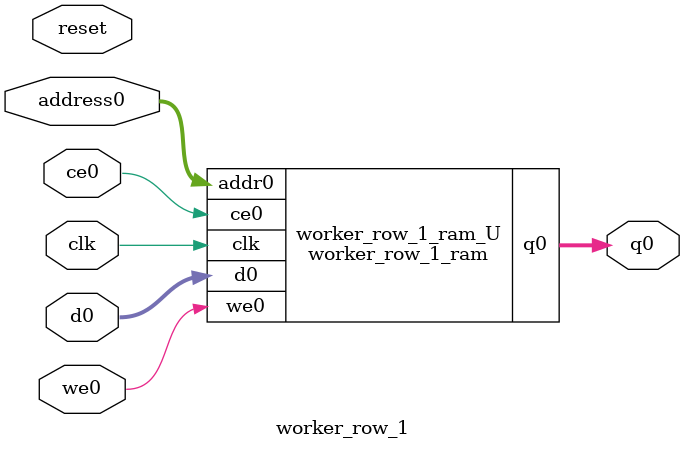
<source format=v>

`timescale 1 ns / 1 ps
module worker_row_1_ram (addr0, ce0, d0, we0, q0,  clk);

parameter DWIDTH = 7;
parameter AWIDTH = 12;
parameter MEM_SIZE = 2500;

input[AWIDTH-1:0] addr0;
input ce0;
input[DWIDTH-1:0] d0;
input we0;
output reg[DWIDTH-1:0] q0;
input clk;

(* ram_style = "block" *)reg [DWIDTH-1:0] ram[MEM_SIZE-1:0];




always @(posedge clk)  
begin 
    if (ce0) 
    begin
        if (we0) 
        begin 
            ram[addr0] <= d0; 
            q0 <= d0;
        end 
        else 
            q0 <= ram[addr0];
    end
end


endmodule


`timescale 1 ns / 1 ps
module worker_row_1(
    reset,
    clk,
    address0,
    ce0,
    we0,
    d0,
    q0);

parameter DataWidth = 32'd7;
parameter AddressRange = 32'd2500;
parameter AddressWidth = 32'd12;
input reset;
input clk;
input[AddressWidth - 1:0] address0;
input ce0;
input we0;
input[DataWidth - 1:0] d0;
output[DataWidth - 1:0] q0;



worker_row_1_ram worker_row_1_ram_U(
    .clk( clk ),
    .addr0( address0 ),
    .ce0( ce0 ),
    .d0( d0 ),
    .we0( we0 ),
    .q0( q0 ));

endmodule


</source>
